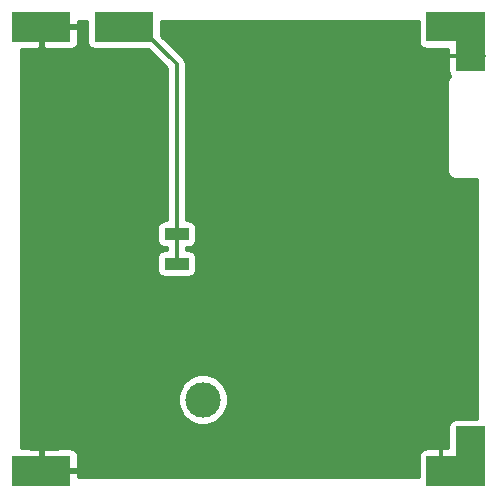
<source format=gbr>
G04 #@! TF.GenerationSoftware,KiCad,Pcbnew,(5.1.4)-1*
G04 #@! TF.CreationDate,2019-10-10T18:52:02+02:00*
G04 #@! TF.ProjectId,SideRight,53696465-5269-4676-9874-2e6b69636164,rev?*
G04 #@! TF.SameCoordinates,Original*
G04 #@! TF.FileFunction,Copper,L2,Bot*
G04 #@! TF.FilePolarity,Positive*
%FSLAX46Y46*%
G04 Gerber Fmt 4.6, Leading zero omitted, Abs format (unit mm)*
G04 Created by KiCad (PCBNEW (5.1.4)-1) date 2019-10-10 18:52:02*
%MOMM*%
%LPD*%
G04 APERTURE LIST*
%ADD10C,3.000000*%
%ADD11R,2.000000X1.000000*%
%ADD12R,5.000000X2.500000*%
%ADD13C,2.500000*%
%ADD14C,0.100000*%
%ADD15C,0.800000*%
%ADD16C,0.300000*%
%ADD17C,0.254000*%
G04 APERTURE END LIST*
D10*
X191120000Y-107770000D03*
D11*
X188890000Y-93740000D03*
X188890000Y-96260000D03*
D12*
X177450000Y-113800000D03*
X177450000Y-76200000D03*
D13*
X213800000Y-78700000D03*
D14*
G36*
X215050000Y-74950000D02*
G01*
X215050000Y-79950000D01*
X212550000Y-79950000D01*
X212550000Y-77450000D01*
X210050000Y-77450000D01*
X210050000Y-74950000D01*
X215050000Y-74950000D01*
X215050000Y-74950000D01*
G37*
D13*
X211300000Y-113800000D03*
D14*
G36*
X215050000Y-115050000D02*
G01*
X210050000Y-115050000D01*
X210050000Y-112550000D01*
X212550000Y-112550000D01*
X212550000Y-110050000D01*
X215050000Y-110050000D01*
X215050000Y-115050000D01*
X215050000Y-115050000D01*
G37*
D12*
X184450000Y-76200000D03*
D15*
X188890000Y-96260000D03*
X188890000Y-93740000D03*
X177450000Y-113800000D03*
X211300000Y-76200000D03*
X213800000Y-78700000D03*
X213800000Y-111300000D03*
X211300000Y-113800000D03*
X177450000Y-76200000D03*
D16*
X188890000Y-96260000D02*
X188890000Y-93740000D01*
X185700000Y-76200000D02*
X184450000Y-76200000D01*
X188890000Y-79390000D02*
X185700000Y-76200000D01*
X188890000Y-93740000D02*
X188890000Y-79390000D01*
X213800000Y-78700000D02*
X211370000Y-78700000D01*
X211300000Y-113800000D02*
X211300000Y-111430000D01*
D17*
G36*
X181311928Y-77450000D02*
G01*
X181324188Y-77574482D01*
X181360498Y-77694180D01*
X181419463Y-77804494D01*
X181498815Y-77901185D01*
X181595506Y-77980537D01*
X181705820Y-78039502D01*
X181825518Y-78075812D01*
X181950000Y-78088072D01*
X186477915Y-78088072D01*
X188105001Y-79715159D01*
X188105000Y-92601928D01*
X187890000Y-92601928D01*
X187765518Y-92614188D01*
X187645820Y-92650498D01*
X187535506Y-92709463D01*
X187438815Y-92788815D01*
X187359463Y-92885506D01*
X187300498Y-92995820D01*
X187264188Y-93115518D01*
X187251928Y-93240000D01*
X187251928Y-94240000D01*
X187264188Y-94364482D01*
X187300498Y-94484180D01*
X187359463Y-94594494D01*
X187438815Y-94691185D01*
X187535506Y-94770537D01*
X187645820Y-94829502D01*
X187765518Y-94865812D01*
X187890000Y-94878072D01*
X188105001Y-94878072D01*
X188105000Y-95121928D01*
X187890000Y-95121928D01*
X187765518Y-95134188D01*
X187645820Y-95170498D01*
X187535506Y-95229463D01*
X187438815Y-95308815D01*
X187359463Y-95405506D01*
X187300498Y-95515820D01*
X187264188Y-95635518D01*
X187251928Y-95760000D01*
X187251928Y-96760000D01*
X187264188Y-96884482D01*
X187300498Y-97004180D01*
X187359463Y-97114494D01*
X187438815Y-97211185D01*
X187535506Y-97290537D01*
X187645820Y-97349502D01*
X187765518Y-97385812D01*
X187890000Y-97398072D01*
X189890000Y-97398072D01*
X190014482Y-97385812D01*
X190134180Y-97349502D01*
X190244494Y-97290537D01*
X190341185Y-97211185D01*
X190420537Y-97114494D01*
X190479502Y-97004180D01*
X190515812Y-96884482D01*
X190528072Y-96760000D01*
X190528072Y-95760000D01*
X190515812Y-95635518D01*
X190479502Y-95515820D01*
X190420537Y-95405506D01*
X190341185Y-95308815D01*
X190244494Y-95229463D01*
X190134180Y-95170498D01*
X190014482Y-95134188D01*
X189890000Y-95121928D01*
X189675000Y-95121928D01*
X189675000Y-94878072D01*
X189890000Y-94878072D01*
X190014482Y-94865812D01*
X190134180Y-94829502D01*
X190244494Y-94770537D01*
X190341185Y-94691185D01*
X190420537Y-94594494D01*
X190479502Y-94484180D01*
X190515812Y-94364482D01*
X190528072Y-94240000D01*
X190528072Y-93240000D01*
X190515812Y-93115518D01*
X190479502Y-92995820D01*
X190420537Y-92885506D01*
X190341185Y-92788815D01*
X190244494Y-92709463D01*
X190134180Y-92650498D01*
X190014482Y-92614188D01*
X189890000Y-92601928D01*
X189675000Y-92601928D01*
X189675000Y-79428552D01*
X189678797Y-79389999D01*
X189675000Y-79351446D01*
X189675000Y-79351439D01*
X189663641Y-79236113D01*
X189618754Y-79088140D01*
X189545862Y-78951767D01*
X189447764Y-78832236D01*
X189417816Y-78807658D01*
X187588072Y-76977915D01*
X187588072Y-75685000D01*
X209411928Y-75685000D01*
X209411928Y-77450000D01*
X209424188Y-77574482D01*
X209460498Y-77694180D01*
X209519463Y-77804494D01*
X209598815Y-77901185D01*
X209695506Y-77980537D01*
X209805820Y-78039502D01*
X209925518Y-78075812D01*
X210050000Y-78088072D01*
X211911928Y-78088072D01*
X211911928Y-79950000D01*
X211924188Y-80074482D01*
X211960498Y-80194180D01*
X212019463Y-80304494D01*
X212070330Y-80366476D01*
X212013289Y-80413289D01*
X211927688Y-80517593D01*
X211864081Y-80636594D01*
X211824912Y-80765717D01*
X211811686Y-80900000D01*
X211815000Y-80933647D01*
X211815001Y-88366343D01*
X211811686Y-88400000D01*
X211824912Y-88534283D01*
X211864081Y-88663406D01*
X211927688Y-88782407D01*
X212013289Y-88886711D01*
X212117593Y-88972312D01*
X212236594Y-89035919D01*
X212365717Y-89075088D01*
X212466353Y-89085000D01*
X212500000Y-89088314D01*
X212533647Y-89085000D01*
X214315000Y-89085000D01*
X214315001Y-109411928D01*
X212550000Y-109411928D01*
X212425518Y-109424188D01*
X212305820Y-109460498D01*
X212195506Y-109519463D01*
X212098815Y-109598815D01*
X212019463Y-109695506D01*
X211960498Y-109805820D01*
X211924188Y-109925518D01*
X211911928Y-110050000D01*
X211911928Y-111911928D01*
X210050000Y-111911928D01*
X209925518Y-111924188D01*
X209805820Y-111960498D01*
X209695506Y-112019463D01*
X209598815Y-112098815D01*
X209519463Y-112195506D01*
X209460498Y-112305820D01*
X209424188Y-112425518D01*
X209411928Y-112550000D01*
X209411928Y-114315000D01*
X180585730Y-114315000D01*
X180585000Y-114085750D01*
X180426250Y-113927000D01*
X177577000Y-113927000D01*
X177577000Y-113947000D01*
X177323000Y-113947000D01*
X177323000Y-113927000D01*
X177303000Y-113927000D01*
X177303000Y-113673000D01*
X177323000Y-113673000D01*
X177323000Y-112073750D01*
X177577000Y-112073750D01*
X177577000Y-113673000D01*
X180426250Y-113673000D01*
X180585000Y-113514250D01*
X180588072Y-112550000D01*
X180575812Y-112425518D01*
X180539502Y-112305820D01*
X180480537Y-112195506D01*
X180401185Y-112098815D01*
X180304494Y-112019463D01*
X180194180Y-111960498D01*
X180074482Y-111924188D01*
X179950000Y-111911928D01*
X177735750Y-111915000D01*
X177577000Y-112073750D01*
X177323000Y-112073750D01*
X177164250Y-111915000D01*
X175685000Y-111912948D01*
X175685000Y-107559721D01*
X188985000Y-107559721D01*
X188985000Y-107980279D01*
X189067047Y-108392756D01*
X189227988Y-108781302D01*
X189461637Y-109130983D01*
X189759017Y-109428363D01*
X190108698Y-109662012D01*
X190497244Y-109822953D01*
X190909721Y-109905000D01*
X191330279Y-109905000D01*
X191742756Y-109822953D01*
X192131302Y-109662012D01*
X192480983Y-109428363D01*
X192778363Y-109130983D01*
X193012012Y-108781302D01*
X193172953Y-108392756D01*
X193255000Y-107980279D01*
X193255000Y-107559721D01*
X193172953Y-107147244D01*
X193012012Y-106758698D01*
X192778363Y-106409017D01*
X192480983Y-106111637D01*
X192131302Y-105877988D01*
X191742756Y-105717047D01*
X191330279Y-105635000D01*
X190909721Y-105635000D01*
X190497244Y-105717047D01*
X190108698Y-105877988D01*
X189759017Y-106111637D01*
X189461637Y-106409017D01*
X189227988Y-106758698D01*
X189067047Y-107147244D01*
X188985000Y-107559721D01*
X175685000Y-107559721D01*
X175685000Y-78087052D01*
X177164250Y-78085000D01*
X177323000Y-77926250D01*
X177323000Y-76327000D01*
X177577000Y-76327000D01*
X177577000Y-77926250D01*
X177735750Y-78085000D01*
X179950000Y-78088072D01*
X180074482Y-78075812D01*
X180194180Y-78039502D01*
X180304494Y-77980537D01*
X180401185Y-77901185D01*
X180480537Y-77804494D01*
X180539502Y-77694180D01*
X180575812Y-77574482D01*
X180588072Y-77450000D01*
X180585000Y-76485750D01*
X180426250Y-76327000D01*
X177577000Y-76327000D01*
X177323000Y-76327000D01*
X177303000Y-76327000D01*
X177303000Y-76073000D01*
X177323000Y-76073000D01*
X177323000Y-76053000D01*
X177577000Y-76053000D01*
X177577000Y-76073000D01*
X180426250Y-76073000D01*
X180585000Y-75914250D01*
X180585730Y-75685000D01*
X181311928Y-75685000D01*
X181311928Y-77450000D01*
X181311928Y-77450000D01*
G37*
X181311928Y-77450000D02*
X181324188Y-77574482D01*
X181360498Y-77694180D01*
X181419463Y-77804494D01*
X181498815Y-77901185D01*
X181595506Y-77980537D01*
X181705820Y-78039502D01*
X181825518Y-78075812D01*
X181950000Y-78088072D01*
X186477915Y-78088072D01*
X188105001Y-79715159D01*
X188105000Y-92601928D01*
X187890000Y-92601928D01*
X187765518Y-92614188D01*
X187645820Y-92650498D01*
X187535506Y-92709463D01*
X187438815Y-92788815D01*
X187359463Y-92885506D01*
X187300498Y-92995820D01*
X187264188Y-93115518D01*
X187251928Y-93240000D01*
X187251928Y-94240000D01*
X187264188Y-94364482D01*
X187300498Y-94484180D01*
X187359463Y-94594494D01*
X187438815Y-94691185D01*
X187535506Y-94770537D01*
X187645820Y-94829502D01*
X187765518Y-94865812D01*
X187890000Y-94878072D01*
X188105001Y-94878072D01*
X188105000Y-95121928D01*
X187890000Y-95121928D01*
X187765518Y-95134188D01*
X187645820Y-95170498D01*
X187535506Y-95229463D01*
X187438815Y-95308815D01*
X187359463Y-95405506D01*
X187300498Y-95515820D01*
X187264188Y-95635518D01*
X187251928Y-95760000D01*
X187251928Y-96760000D01*
X187264188Y-96884482D01*
X187300498Y-97004180D01*
X187359463Y-97114494D01*
X187438815Y-97211185D01*
X187535506Y-97290537D01*
X187645820Y-97349502D01*
X187765518Y-97385812D01*
X187890000Y-97398072D01*
X189890000Y-97398072D01*
X190014482Y-97385812D01*
X190134180Y-97349502D01*
X190244494Y-97290537D01*
X190341185Y-97211185D01*
X190420537Y-97114494D01*
X190479502Y-97004180D01*
X190515812Y-96884482D01*
X190528072Y-96760000D01*
X190528072Y-95760000D01*
X190515812Y-95635518D01*
X190479502Y-95515820D01*
X190420537Y-95405506D01*
X190341185Y-95308815D01*
X190244494Y-95229463D01*
X190134180Y-95170498D01*
X190014482Y-95134188D01*
X189890000Y-95121928D01*
X189675000Y-95121928D01*
X189675000Y-94878072D01*
X189890000Y-94878072D01*
X190014482Y-94865812D01*
X190134180Y-94829502D01*
X190244494Y-94770537D01*
X190341185Y-94691185D01*
X190420537Y-94594494D01*
X190479502Y-94484180D01*
X190515812Y-94364482D01*
X190528072Y-94240000D01*
X190528072Y-93240000D01*
X190515812Y-93115518D01*
X190479502Y-92995820D01*
X190420537Y-92885506D01*
X190341185Y-92788815D01*
X190244494Y-92709463D01*
X190134180Y-92650498D01*
X190014482Y-92614188D01*
X189890000Y-92601928D01*
X189675000Y-92601928D01*
X189675000Y-79428552D01*
X189678797Y-79389999D01*
X189675000Y-79351446D01*
X189675000Y-79351439D01*
X189663641Y-79236113D01*
X189618754Y-79088140D01*
X189545862Y-78951767D01*
X189447764Y-78832236D01*
X189417816Y-78807658D01*
X187588072Y-76977915D01*
X187588072Y-75685000D01*
X209411928Y-75685000D01*
X209411928Y-77450000D01*
X209424188Y-77574482D01*
X209460498Y-77694180D01*
X209519463Y-77804494D01*
X209598815Y-77901185D01*
X209695506Y-77980537D01*
X209805820Y-78039502D01*
X209925518Y-78075812D01*
X210050000Y-78088072D01*
X211911928Y-78088072D01*
X211911928Y-79950000D01*
X211924188Y-80074482D01*
X211960498Y-80194180D01*
X212019463Y-80304494D01*
X212070330Y-80366476D01*
X212013289Y-80413289D01*
X211927688Y-80517593D01*
X211864081Y-80636594D01*
X211824912Y-80765717D01*
X211811686Y-80900000D01*
X211815000Y-80933647D01*
X211815001Y-88366343D01*
X211811686Y-88400000D01*
X211824912Y-88534283D01*
X211864081Y-88663406D01*
X211927688Y-88782407D01*
X212013289Y-88886711D01*
X212117593Y-88972312D01*
X212236594Y-89035919D01*
X212365717Y-89075088D01*
X212466353Y-89085000D01*
X212500000Y-89088314D01*
X212533647Y-89085000D01*
X214315000Y-89085000D01*
X214315001Y-109411928D01*
X212550000Y-109411928D01*
X212425518Y-109424188D01*
X212305820Y-109460498D01*
X212195506Y-109519463D01*
X212098815Y-109598815D01*
X212019463Y-109695506D01*
X211960498Y-109805820D01*
X211924188Y-109925518D01*
X211911928Y-110050000D01*
X211911928Y-111911928D01*
X210050000Y-111911928D01*
X209925518Y-111924188D01*
X209805820Y-111960498D01*
X209695506Y-112019463D01*
X209598815Y-112098815D01*
X209519463Y-112195506D01*
X209460498Y-112305820D01*
X209424188Y-112425518D01*
X209411928Y-112550000D01*
X209411928Y-114315000D01*
X180585730Y-114315000D01*
X180585000Y-114085750D01*
X180426250Y-113927000D01*
X177577000Y-113927000D01*
X177577000Y-113947000D01*
X177323000Y-113947000D01*
X177323000Y-113927000D01*
X177303000Y-113927000D01*
X177303000Y-113673000D01*
X177323000Y-113673000D01*
X177323000Y-112073750D01*
X177577000Y-112073750D01*
X177577000Y-113673000D01*
X180426250Y-113673000D01*
X180585000Y-113514250D01*
X180588072Y-112550000D01*
X180575812Y-112425518D01*
X180539502Y-112305820D01*
X180480537Y-112195506D01*
X180401185Y-112098815D01*
X180304494Y-112019463D01*
X180194180Y-111960498D01*
X180074482Y-111924188D01*
X179950000Y-111911928D01*
X177735750Y-111915000D01*
X177577000Y-112073750D01*
X177323000Y-112073750D01*
X177164250Y-111915000D01*
X175685000Y-111912948D01*
X175685000Y-107559721D01*
X188985000Y-107559721D01*
X188985000Y-107980279D01*
X189067047Y-108392756D01*
X189227988Y-108781302D01*
X189461637Y-109130983D01*
X189759017Y-109428363D01*
X190108698Y-109662012D01*
X190497244Y-109822953D01*
X190909721Y-109905000D01*
X191330279Y-109905000D01*
X191742756Y-109822953D01*
X192131302Y-109662012D01*
X192480983Y-109428363D01*
X192778363Y-109130983D01*
X193012012Y-108781302D01*
X193172953Y-108392756D01*
X193255000Y-107980279D01*
X193255000Y-107559721D01*
X193172953Y-107147244D01*
X193012012Y-106758698D01*
X192778363Y-106409017D01*
X192480983Y-106111637D01*
X192131302Y-105877988D01*
X191742756Y-105717047D01*
X191330279Y-105635000D01*
X190909721Y-105635000D01*
X190497244Y-105717047D01*
X190108698Y-105877988D01*
X189759017Y-106111637D01*
X189461637Y-106409017D01*
X189227988Y-106758698D01*
X189067047Y-107147244D01*
X188985000Y-107559721D01*
X175685000Y-107559721D01*
X175685000Y-78087052D01*
X177164250Y-78085000D01*
X177323000Y-77926250D01*
X177323000Y-76327000D01*
X177577000Y-76327000D01*
X177577000Y-77926250D01*
X177735750Y-78085000D01*
X179950000Y-78088072D01*
X180074482Y-78075812D01*
X180194180Y-78039502D01*
X180304494Y-77980537D01*
X180401185Y-77901185D01*
X180480537Y-77804494D01*
X180539502Y-77694180D01*
X180575812Y-77574482D01*
X180588072Y-77450000D01*
X180585000Y-76485750D01*
X180426250Y-76327000D01*
X177577000Y-76327000D01*
X177323000Y-76327000D01*
X177303000Y-76327000D01*
X177303000Y-76073000D01*
X177323000Y-76073000D01*
X177323000Y-76053000D01*
X177577000Y-76053000D01*
X177577000Y-76073000D01*
X180426250Y-76073000D01*
X180585000Y-75914250D01*
X180585730Y-75685000D01*
X181311928Y-75685000D01*
X181311928Y-77450000D01*
M02*

</source>
